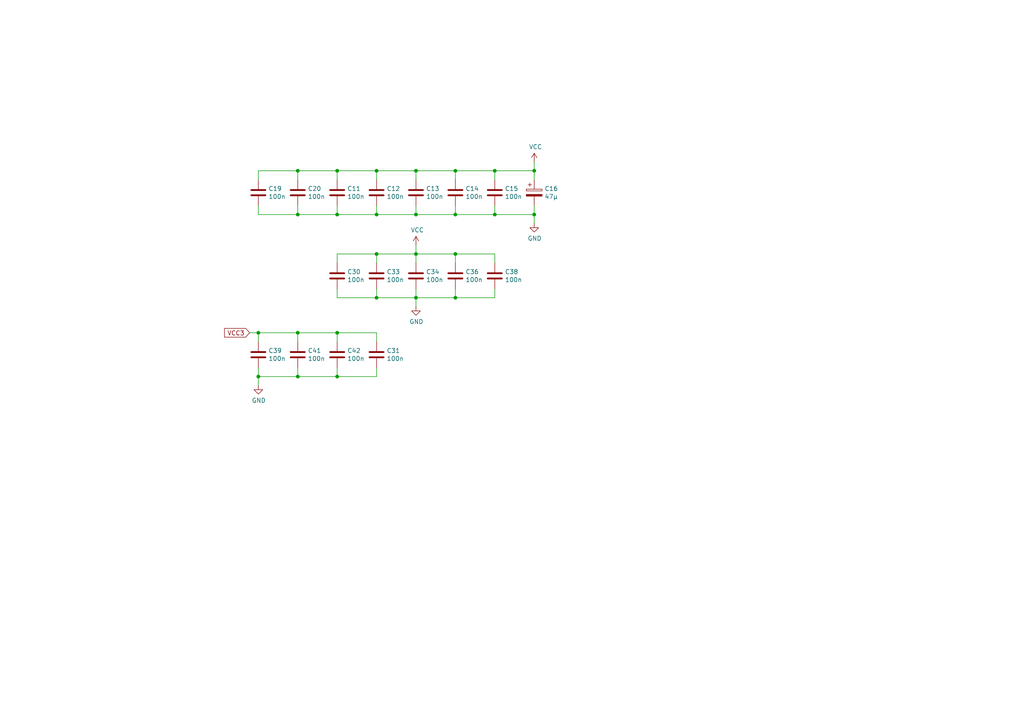
<source format=kicad_sch>
(kicad_sch (version 20230121) (generator eeschema)
  (paper "A4")
  (title_block (title "Mini8086 I/O board") (date "2020-11-05") (rev "1.2"))
  (lib_symbols
    (symbol "Device:C" (pin_numbers hide) (pin_names (offset 0.254))
      (property "Reference" "C" (at 0.635 2.54 0))
      (property "Value" "C" (at 0.635 -2.54 0))
      (symbol "C_0_1"
        (polyline (pts (xy -2.032 -0.762) (xy 2.032 -0.762)) (stroke (width 0.508)))
        (polyline (pts (xy -2.032 0.762) (xy 2.032 0.762)) (stroke (width 0.508)))
      )
      (symbol "C_1_1"
        (pin passive line (at 0 3.81 270) (length 2.794) (name "~") (number "1"))
        (pin passive line (at 0 -3.81 90) (length 2.794) (name "~") (number "2"))
      )
    )
    (symbol "io_board-rescue:CP-Device" (pin_numbers hide) (pin_names (offset 0.254))
      (property "Reference" "C" (at 0.635 2.54 0))
      (property "Value" "Device_CP" (at 0.635 -2.54 0))
      (symbol "CP-Device_0_1"
        (rectangle (start -2.286 0.508) (end 2.286 1.016))
        (polyline (pts (xy -1.778 2.286) (xy -0.762 2.286)))
        (polyline (pts (xy -1.27 2.794) (xy -1.27 1.778)))
        (rectangle (start 2.286 -0.508) (end -2.286 -1.016) (fill (type outline)))
      )
      (symbol "CP-Device_1_1"
        (pin passive line (at 0 3.81 270) (length 2.794) (name "~") (number "1"))
        (pin passive line (at 0 -3.81 90) (length 2.794) (name "~") (number "2"))
      )
    )
    (symbol "power:GND" (power) (pin_names (offset 0))
      (property "Value" "GND" (at 0 -3.81 0))
      (symbol "GND_0_1"
        (polyline (pts (xy 0 0) (xy 0 -1.27) (xy 1.27 -1.27) (xy 0 -2.54) (xy -1.27 -1.27) (xy 0 -1.27)))
      )
      (symbol "GND_1_1"
        (pin power_in line (at 0 0 270) (length 0) hide (name "GND") (number "1"))
      )
    )
    (symbol "power:VCC" (power) (pin_names (offset 0))
      (property "Value" "VCC" (at 0 3.81 0))
      (symbol "VCC_0_1"
        (polyline (pts (xy -0.762 1.27) (xy 0 2.54)))
        (polyline (pts (xy 0 0) (xy 0 2.54)))
        (polyline (pts (xy 0 2.54) (xy 0.762 1.27)))
      )
      (symbol "VCC_1_1"
        (pin power_in line (at 0 0 90) (length 0) hide (name "VCC") (number "1"))
      )
    )
  )
  (junction (at 97.79 96.52))
  (junction (at 86.36 96.52))
  (junction (at 143.51 62.23))
  (junction (at 109.22 73.66))
  (junction (at 132.08 49.53))
  (junction (at 97.79 109.22))
  (junction (at 86.36 109.22))
  (junction (at 74.93 96.52))
  (junction (at 132.08 86.36))
  (junction (at 120.65 49.53))
  (junction (at 143.51 49.53))
  (junction (at 132.08 62.23))
  (junction (at 109.22 49.53))
  (junction (at 97.79 62.23))
  (junction (at 132.08 73.66))
  (junction (at 120.65 73.66))
  (junction (at 120.65 86.36))
  (junction (at 74.93 109.22))
  (junction (at 86.36 49.53))
  (junction (at 109.22 62.23))
  (junction (at 109.22 86.36))
  (junction (at 86.36 62.23))
  (junction (at 120.65 62.23))
  (junction (at 154.94 62.23))
  (junction (at 154.94 49.53))
  (junction (at 97.79 49.53))
  (wire (pts (xy 109.22 96.52) (xy 109.22 99.06)))
  (wire (pts (xy 143.51 52.07) (xy 143.51 49.53)))
  (wire (pts (xy 74.93 62.23) (xy 86.36 62.23)))
  (wire (pts (xy 109.22 49.53) (xy 109.22 52.07)))
  (wire (pts (xy 109.22 59.69) (xy 109.22 62.23)))
  (wire (pts (xy 97.79 49.53) (xy 109.22 49.53)))
  (wire (pts (xy 109.22 73.66) (xy 120.65 73.66)))
  (wire (pts (xy 120.65 83.82) (xy 120.65 86.36)))
  (wire (pts (xy 74.93 59.69) (xy 74.93 62.23)))
  (wire (pts (xy 86.36 62.23) (xy 97.79 62.23)))
  (wire (pts (xy 97.79 99.06) (xy 97.79 96.52)))
  (wire (pts (xy 132.08 59.69) (xy 132.08 62.23)))
  (wire (pts (xy 154.94 62.23) (xy 154.94 64.77)))
  (wire (pts (xy 97.79 106.68) (xy 97.79 109.22)))
  (wire (pts (xy 143.51 86.36) (xy 143.51 83.82)))
  (wire (pts (xy 109.22 62.23) (xy 97.79 62.23)))
  (wire (pts (xy 109.22 86.36) (xy 120.65 86.36)))
  (wire (pts (xy 132.08 73.66) (xy 132.08 76.2)))
  (wire (pts (xy 109.22 49.53) (xy 120.65 49.53)))
  (wire (pts (xy 74.93 99.06) (xy 74.93 96.52)))
  (wire (pts (xy 120.65 86.36) (xy 120.65 88.9)))
  (wire (pts (xy 86.36 109.22) (xy 74.93 109.22)))
  (wire (pts (xy 86.36 106.68) (xy 86.36 109.22)))
  (wire (pts (xy 86.36 96.52) (xy 74.93 96.52)))
  (wire (pts (xy 120.65 76.2) (xy 120.65 73.66)))
  (wire (pts (xy 143.51 62.23) (xy 132.08 62.23)))
  (wire (pts (xy 97.79 62.23) (xy 97.79 59.69)))
  (wire (pts (xy 109.22 106.68) (xy 109.22 109.22)))
  (wire (pts (xy 143.51 76.2) (xy 143.51 73.66)))
  (wire (pts (xy 86.36 99.06) (xy 86.36 96.52)))
  (wire (pts (xy 74.93 109.22) (xy 74.93 106.68)))
  (wire (pts (xy 97.79 73.66) (xy 97.79 76.2)))
  (wire (pts (xy 97.79 109.22) (xy 86.36 109.22)))
  (wire (pts (xy 143.51 49.53) (xy 154.94 49.53)))
  (wire (pts (xy 74.93 96.52) (xy 72.39 96.52)))
  (wire (pts (xy 143.51 73.66) (xy 132.08 73.66)))
  (wire (pts (xy 154.94 49.53) (xy 154.94 52.07)))
  (wire (pts (xy 132.08 49.53) (xy 143.51 49.53)))
  (wire (pts (xy 97.79 52.07) (xy 97.79 49.53)))
  (wire (pts (xy 109.22 109.22) (xy 97.79 109.22)))
  (wire (pts (xy 86.36 49.53) (xy 86.36 52.07)))
  (wire (pts (xy 154.94 62.23) (xy 143.51 62.23)))
  (wire (pts (xy 132.08 83.82) (xy 132.08 86.36)))
  (wire (pts (xy 120.65 59.69) (xy 120.65 62.23)))
  (wire (pts (xy 109.22 73.66) (xy 97.79 73.66)))
  (wire (pts (xy 74.93 111.76) (xy 74.93 109.22)))
  (wire (pts (xy 97.79 96.52) (xy 109.22 96.52)))
  (wire (pts (xy 97.79 96.52) (xy 86.36 96.52)))
  (wire (pts (xy 97.79 86.36) (xy 97.79 83.82)))
  (wire (pts (xy 132.08 86.36) (xy 143.51 86.36)))
  (wire (pts (xy 120.65 86.36) (xy 132.08 86.36)))
  (wire (pts (xy 120.65 62.23) (xy 109.22 62.23)))
  (wire (pts (xy 109.22 86.36) (xy 97.79 86.36)))
  (wire (pts (xy 154.94 59.69) (xy 154.94 62.23)))
  (wire (pts (xy 86.36 49.53) (xy 97.79 49.53)))
  (wire (pts (xy 154.94 49.53) (xy 154.94 46.99)))
  (wire (pts (xy 120.65 73.66) (xy 132.08 73.66)))
  (wire (pts (xy 74.93 49.53) (xy 86.36 49.53)))
  (wire (pts (xy 109.22 73.66) (xy 109.22 76.2)))
  (wire (pts (xy 143.51 59.69) (xy 143.51 62.23)))
  (wire (pts (xy 132.08 52.07) (xy 132.08 49.53)))
  (wire (pts (xy 109.22 83.82) (xy 109.22 86.36)))
  (wire (pts (xy 120.65 52.07) (xy 120.65 49.53)))
  (wire (pts (xy 132.08 62.23) (xy 120.65 62.23)))
  (wire (pts (xy 74.93 52.07) (xy 74.93 49.53)))
  (wire (pts (xy 86.36 59.69) (xy 86.36 62.23)))
  (wire (pts (xy 120.65 73.66) (xy 120.65 71.12)))
  (wire (pts (xy 120.65 49.53) (xy 132.08 49.53)))
  (global_label "VCC3" (shape input) (at 72.39 96.52 180) (property "Intersheetrefs" "${INTERSHEET_REFS}" (effects hide)))
  (symbol (lib_id "Device:C") (at 97.79 55.88 0) (unit 1)
    (property "Reference" "C11" (at 100.711 54.7116 0) (effects (justify left)))
    (property "Value" "100n" (at 100.711 57.023 0) (effects (justify left)))
    (property "Footprint" "Capacitor_SMD:C_1206_3216Metric" (effects hide))
  )
  (symbol (lib_id "Device:C") (at 109.22 55.88 0) (unit 1)
    (property "Reference" "C12" (at 112.141 54.7116 0) (effects (justify left)))
    (property "Value" "100n" (at 112.141 57.023 0) (effects (justify left)))
    (property "Footprint" "Capacitor_SMD:C_1206_3216Metric" (effects hide))
  )
  (symbol (lib_id "Device:C") (at 120.65 55.88 0) (unit 1)
    (property "Reference" "C13" (at 123.571 54.7116 0) (effects (justify left)))
    (property "Value" "100n" (at 123.571 57.023 0) (effects (justify left)))
    (property "Footprint" "Capacitor_SMD:C_1206_3216Metric" (effects hide))
  )
  (symbol (lib_id "Device:C") (at 132.08 55.88 0) (unit 1)
    (property "Reference" "C14" (at 135.001 54.7116 0) (effects (justify left)))
    (property "Value" "100n" (at 135.001 57.023 0) (effects (justify left)))
    (property "Footprint" "Capacitor_SMD:C_1206_3216Metric" (effects hide))
  )
  (symbol (lib_id "Device:C") (at 143.51 55.88 0) (unit 1)
    (property "Reference" "C15" (at 146.431 54.7116 0) (effects (justify left)))
    (property "Value" "100n" (at 146.431 57.023 0) (effects (justify left)))
    (property "Footprint" "Capacitor_SMD:C_1206_3216Metric" (effects hide))
  )
  (symbol (lib_id "io_board-rescue:CP-Device") (at 154.94 55.88 0) (unit 1)
    (property "Reference" "C16" (at 157.9372 54.7116 0) (effects (justify left)))
    (property "Value" "47µ" (at 157.9372 57.023 0) (effects (justify left)))
    (property "Footprint" "Capacitor_THT:CP_Radial_D5.0mm_P2.00mm" (effects hide))
  )
  (symbol (lib_id "power:VCC") (at 154.94 46.99 0) (unit 1)
    (property "Reference" "#PWR029" (effects hide))
    (property "Value" "VCC" (at 155.321 42.5958 0))
  )
  (symbol (lib_id "power:GND") (at 154.94 64.77 0) (unit 1)
    (property "Reference" "#PWR030" (effects hide))
    (property "Value" "GND" (at 155.067 69.1642 0))
  )
  (symbol (lib_id "Device:C") (at 86.36 55.88 0) (unit 1)
    (property "Reference" "C20" (at 89.281 54.7116 0) (effects (justify left)))
    (property "Value" "100n" (at 89.281 57.023 0) (effects (justify left)))
    (property "Footprint" "Capacitor_SMD:C_1206_3216Metric" (effects hide))
  )
  (symbol (lib_id "Device:C") (at 74.93 55.88 0) (unit 1)
    (property "Reference" "C19" (at 77.851 54.7116 0) (effects (justify left)))
    (property "Value" "100n" (at 77.851 57.023 0) (effects (justify left)))
    (property "Footprint" "Capacitor_SMD:C_1206_3216Metric" (effects hide))
  )
  (symbol (lib_id "Device:C") (at 132.08 80.01 0) (unit 1)
    (property "Reference" "C36" (at 135.001 78.8416 0) (effects (justify left)))
    (property "Value" "100n" (at 135.001 81.153 0) (effects (justify left)))
    (property "Footprint" "Capacitor_SMD:C_1206_3216Metric" (effects hide))
  )
  (symbol (lib_id "Device:C") (at 74.93 102.87 0) (unit 1)
    (property "Reference" "C39" (at 77.851 101.7016 0) (effects (justify left)))
    (property "Value" "100n" (at 77.851 104.013 0) (effects (justify left)))
    (property "Footprint" "Capacitor_SMD:C_1206_3216Metric" (effects hide))
  )
  (symbol (lib_id "Device:C") (at 143.51 80.01 0) (unit 1)
    (property "Reference" "C38" (at 146.431 78.8416 0) (effects (justify left)))
    (property "Value" "100n" (at 146.431 81.153 0) (effects (justify left)))
    (property "Footprint" "Capacitor_SMD:C_1206_3216Metric" (effects hide))
  )
  (symbol (lib_id "Device:C") (at 109.22 80.01 0) (unit 1)
    (property "Reference" "C33" (at 112.141 78.8416 0) (effects (justify left)))
    (property "Value" "100n" (at 112.141 81.153 0) (effects (justify left)))
    (property "Footprint" "Capacitor_SMD:C_1206_3216Metric" (effects hide))
  )
  (symbol (lib_id "Device:C") (at 120.65 80.01 0) (unit 1)
    (property "Reference" "C34" (at 123.571 78.8416 0) (effects (justify left)))
    (property "Value" "100n" (at 123.571 81.153 0) (effects (justify left)))
    (property "Footprint" "Capacitor_SMD:C_1206_3216Metric" (effects hide))
  )
  (symbol (lib_id "power:GND") (at 120.65 88.9 0) (unit 1)
    (property "Reference" "#PWR055" (effects hide))
    (property "Value" "GND" (at 120.777 93.2942 0))
  )
  (symbol (lib_id "power:VCC") (at 120.65 71.12 0) (unit 1)
    (property "Reference" "#PWR053" (effects hide))
    (property "Value" "VCC" (at 121.031 66.7258 0))
  )
  (symbol (lib_id "Device:C") (at 86.36 102.87 0) (unit 1)
    (property "Reference" "C41" (at 89.281 101.7016 0) (effects (justify left)))
    (property "Value" "100n" (at 89.281 104.013 0) (effects (justify left)))
    (property "Footprint" "Capacitor_SMD:C_1206_3216Metric" (effects hide))
  )
  (symbol (lib_id "power:GND") (at 74.93 111.76 0) (unit 1)
    (property "Reference" "#PWR0106" (effects hide))
    (property "Value" "GND" (at 75.057 116.1542 0))
  )
  (symbol (lib_id "Device:C") (at 97.79 80.01 0) (unit 1)
    (property "Reference" "C30" (at 100.711 78.8416 0) (effects (justify left)))
    (property "Value" "100n" (at 100.711 81.153 0) (effects (justify left)))
    (property "Footprint" "Capacitor_SMD:C_1206_3216Metric" (effects hide))
  )
  (symbol (lib_id "Device:C") (at 109.22 102.87 0) (unit 1)
    (property "Reference" "C31" (at 112.141 101.7016 0) (effects (justify left)))
    (property "Value" "100n" (at 112.141 104.013 0) (effects (justify left)))
    (property "Footprint" "Capacitor_SMD:C_0805_2012Metric" (effects hide))
  )
  (symbol (lib_id "Device:C") (at 97.79 102.87 0) (unit 1)
    (property "Reference" "C42" (at 100.711 101.7016 0) (effects (justify left)))
    (property "Value" "100n" (at 100.711 104.013 0) (effects (justify left)))
    (property "Footprint" "Capacitor_SMD:C_1206_3216Metric" (effects hide))
  )
)
</source>
